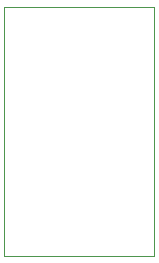
<source format=gbr>
%TF.GenerationSoftware,KiCad,Pcbnew,(6.0.2-0)*%
%TF.CreationDate,2022-02-24T16:39:24+09:00*%
%TF.ProjectId,PJ302Breakout,504a3330-3242-4726-9561-6b6f75742e6b,rev?*%
%TF.SameCoordinates,Original*%
%TF.FileFunction,Profile,NP*%
%FSLAX46Y46*%
G04 Gerber Fmt 4.6, Leading zero omitted, Abs format (unit mm)*
G04 Created by KiCad (PCBNEW (6.0.2-0)) date 2022-02-24 16:39:24*
%MOMM*%
%LPD*%
G01*
G04 APERTURE LIST*
%TA.AperFunction,Profile*%
%ADD10C,0.100000*%
%TD*%
G04 APERTURE END LIST*
D10*
X109220000Y-46228000D02*
X121920000Y-46228000D01*
X121920000Y-46228000D02*
X121920000Y-67310000D01*
X121920000Y-67310000D02*
X109220000Y-67310000D01*
X109220000Y-67310000D02*
X109220000Y-46228000D01*
M02*

</source>
